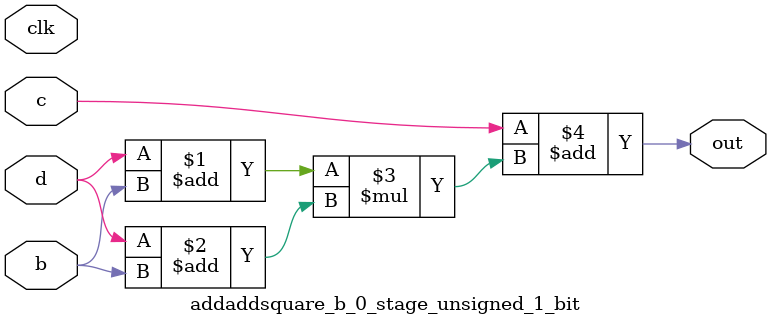
<source format=sv>
(* use_dsp = "yes" *) module addaddsquare_b_0_stage_unsigned_1_bit(
	input  [0:0] b,
	input  [0:0] c,
	input  [0:0] d,
	output [0:0] out,
	input clk);

	assign out = c + ((d + b) * (d + b));
endmodule

</source>
